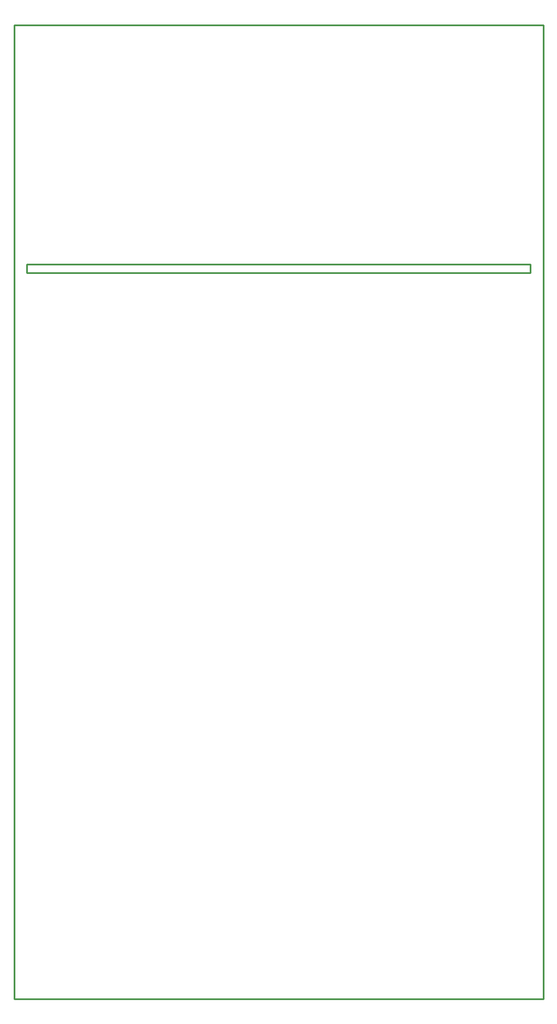
<source format=gbr>
G04 EAGLE Gerber RS-274X export*
G75*
%MOMM*%
%FSLAX34Y34*%
%LPD*%
%IN*%
%IPPOS*%
%AMOC8*
5,1,8,0,0,1.08239X$1,22.5*%
G01*
%ADD10C,0.254000*%


D10*
X-6350Y0D02*
X781050Y0D01*
X781050Y1447800D01*
X-6350Y1447800D01*
X-6350Y0D01*
X12700Y1079500D02*
X762000Y1079500D01*
X762000Y1092200D01*
X12700Y1092200D01*
X12700Y1079500D01*
M02*

</source>
